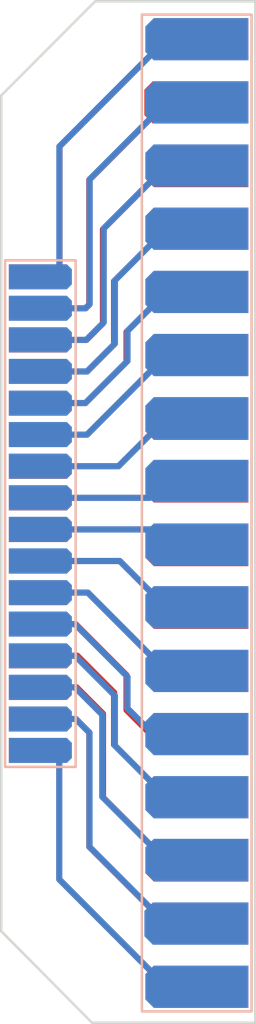
<source format=kicad_pcb>
(kicad_pcb (version 20240108) (generator "pcbnew") (generator_version "8.0")
  (title_block (title "Connector pitch Converter") (rev "2") (company "Amos Home"))
  (layers (0 "F.Cu" signal) (31 "B.Cu" signal) (34 "B.Paste" user) (35 "F.Paste" user) (36 "B.SilkS" user "B.Silkscreen") (37 "F.SilkS" user "F.Silkscreen") (38 "B.Mask" user) (39 "F.Mask" user) (44 "Edge.Cuts" user))
  (net 0 "")
  (net 1 "/A2")
  (net 2 "/A14")
  (net 3 "/A9")
  (net 4 "/A8")
  (net 5 "/A15")
  (net 6 "/A16")
  (net 7 "/A13")
  (net 8 "/A11")
  (net 9 "/A7")
  (net 10 "/A4")
  (net 11 "/A6")
  (net 12 "/A1")
  (net 13 "/A5")
  (net 14 "/A12")
  (net 15 "/A3")
  (net 16 "/A10")
  (net 17 "/B10")
  (net 18 "/B6")
  (net 19 "/B8")
  (net 20 "/B12")
  (net 21 "/B15")
  (net 22 "/B13")
  (net 23 "/B11")
  (net 24 "/B2")
  (net 25 "/B1")
  (net 26 "/B9")
  (net 27 "/B5")
  (net 28 "/B3")
  (net 29 "/B14")
  (net 30 "/B16")
  (net 31 "/B7")
  (net 32 "/B4")
  (footprint "pitch-convert:PinSocketEx_1x16_P1.27mm_Left" (layer "F.Cu") (at 139.6092 87.1432)
    (property "Reference" "J2" (hide yes))
    (property "Value" "Conn_01x16_Pin" (hide yes))
    (fp_rect (start -0.6604 -0.6604) (end 2.1844 19.7104) (stroke (width 0.1)) (fill none) (layer "F.SilkS"))
    (pad "1" smd roundrect (at 1.524 0) (size 2.54 1.008) (drill (offset -0.762 0.004)) (layers "F.Cu" "F.Paste" "F.Mask") (roundrect_rratio 0) (chamfer_ratio 0.2) (chamfer top_right bottom_right) (net 12 "/A1"))
    (pad "2" smd roundrect (at 1.524 1.27) (size 2.54 1) (drill (offset -0.762 0)) (layers "F.Cu" "F.Paste" "F.Mask") (roundrect_rratio 0) (chamfer_ratio 0.2) (chamfer top_right bottom_right) (net 1 "/A2"))
    (pad "3" smd roundrect (at 1.524 2.54) (size 2.54 1.008) (drill (offset -0.762 0.004)) (layers "F.Cu" "F.Paste" "F.Mask") (roundrect_rratio 0) (chamfer_ratio 0.2) (chamfer top_right bottom_right) (net 15 "/A3"))
    (pad "4" smd roundrect (at 1.524 3.81) (size 2.54 1) (drill (offset -0.762 0)) (layers "F.Cu" "F.Paste" "F.Mask") (roundrect_rratio 0) (chamfer_ratio 0.2) (chamfer top_right bottom_right) (net 10 "/A4"))
    (pad "5" smd roundrect (at 1.524 5.08) (size 2.54 1.008) (drill (offset -0.762 0.004)) (layers "F.Cu" "F.Paste" "F.Mask") (roundrect_rratio 0) (chamfer_ratio 0.2) (chamfer top_right bottom_right) (net 13 "/A5"))
    (pad "6" smd roundrect (at 1.524 6.35) (size 2.54 1) (drill (offset -0.762 0)) (layers "F.Cu" "F.Paste" "F.Mask") (roundrect_rratio 0) (chamfer_ratio 0.2) (chamfer top_right bottom_right) (net 11 "/A6"))
    (pad "7" smd roundrect (at 1.524 7.62) (size 2.54 1.008) (drill (offset -0.762 0.004)) (layers "F.Cu" "F.Paste" "F.Mask") (roundrect_rratio 0) (chamfer_ratio 0.2) (chamfer top_right bottom_right) (net 9 "/A7"))
    (pad "8" smd roundrect (at 1.524 8.89) (size 2.54 1.008) (drill (offset -0.762 0.004)) (layers "F.Cu" "F.Paste" "F.Mask") (roundrect_rratio 0) (chamfer_ratio 0.2) (chamfer top_right bottom_right) (net 4 "/A8"))
    (pad "9" smd roundrect (at 1.524 10.16) (size 2.54 1.008) (drill (offset -0.762 0.004)) (layers "F.Cu" "F.Paste" "F.Mask") (roundrect_rratio 0) (chamfer_ratio 0.2) (chamfer top_right bottom_right) (net 3 "/A9"))
    (pad "10" smd roundrect (at 1.524 11.43) (size 2.54 1.008) (drill (offset -0.762 0.004)) (layers "F.Cu" "F.Paste" "F.Mask") (roundrect_rratio 0) (chamfer_ratio 0.2) (chamfer top_right bottom_right) (net 16 "/A10"))
    (pad "11" smd roundrect (at 1.524 12.7) (size 2.54 1.008) (drill (offset -0.762 0.004)) (layers "F.Cu" "F.Paste" "F.Mask") (roundrect_rratio 0) (chamfer_ratio 0.2) (chamfer top_right bottom_right) (net 8 "/A11"))
    (pad "12" smd roundrect (at 1.524 13.97) (size 2.54 1) (drill (offset -0.762 0)) (layers "F.Cu" "F.Paste" "F.Mask") (roundrect_rratio 0) (chamfer_ratio 0.2) (chamfer top_right bottom_right) (net 14 "/A12"))
    (pad "13" smd roundrect (at 1.524 15.24) (size 2.54 1.008) (drill (offset -0.762 0.004)) (layers "F.Cu" "F.Paste" "F.Mask") (roundrect_rratio 0) (chamfer_ratio 0.2) (chamfer top_right bottom_right) (net 7 "/A13"))
    (pad "14" smd roundrect (at 1.524 16.51) (size 2.54 1.008) (drill (offset -0.762 0.004)) (layers "F.Cu" "F.Paste" "F.Mask") (roundrect_rratio 0) (chamfer_ratio 0.2) (chamfer top_right bottom_right) (net 2 "/A14"))
    (pad "15" smd roundrect (at 1.524 17.78) (size 2.54 1.008) (drill (offset -0.762 0.004)) (layers "F.Cu" "F.Paste" "F.Mask") (roundrect_rratio 0) (chamfer_ratio 0.2) (chamfer top_right bottom_right) (net 5 "/A15"))
    (pad "16" smd roundrect (at 1.524 19.05) (size 2.54 1) (drill (offset -0.762 0)) (layers "F.Cu" "F.Paste" "F.Mask") (roundrect_rratio 0) (chamfer_ratio 0.2) (chamfer top_right bottom_right) (net 6 "/A16"))
  )
  (footprint "pitch-convert:PinSocketEx_1x16_P2.54mm_Right" (layer "F.Cu") (at 145.4512 77.5928)
    (property "Reference" "J1" (hide yes))
    (property "Value" "Conn_01x16_Pin" (hide yes))
    (fp_rect (start -0.9906 -0.9906) (end 3.429 39.0906) (stroke (width 0.1)) (fill none) (layer "F.SilkS"))
    (pad "1" smd roundrect (at 0 0) (size 4.152 1.7) (drill (offset 1.226 0)) (layers "F.Cu" "F.Paste" "F.Mask") (roundrect_rratio 0) (chamfer_ratio 0.2) (chamfer top_left bottom_left) (net 12 "/A1"))
    (pad "2" smd roundrect (at 0 2.54) (size 4.191 1.7) (drill (offset 1.2065 0)) (layers "F.Cu" "F.Paste" "F.Mask") (roundrect_rratio 0) (chamfer_ratio 0.2) (chamfer top_left bottom_left) (net 1 "/A2"))
    (pad "3" smd roundrect (at 0 5.08) (size 4.152 1.7) (drill (offset 1.226 0.0195)) (layers "F.Cu" "F.Paste" "F.Mask") (roundrect_rratio 0) (chamfer_ratio 0.2) (chamfer top_left bottom_left) (net 15 "/A3"))
    (pad "4" smd roundrect (at 0 7.62) (size 4.152 1.7) (drill (offset 1.226 0)) (layers "F.Cu" "F.Paste" "F.Mask") (roundrect_rratio 0) (chamfer_ratio 0.2) (chamfer top_left bottom_left) (net 10 "/A4"))
    (pad "5" smd roundrect (at 0 10.16) (size 4.152 1.7) (drill (offset 1.226 0)) (layers "F.Cu" "F.Paste" "F.Mask") (roundrect_rratio 0) (chamfer_ratio 0.2) (chamfer top_left bottom_left) (net 13 "/A5"))
    (pad "6" smd roundrect (at 0 12.7) (size 4.152 1.7) (drill (offset 1.226 0)) (layers "F.Cu" "F.Paste" "F.Mask") (roundrect_rratio 0) (chamfer_ratio 0.2) (chamfer top_left bottom_left) (net 11 "/A6"))
    (pad "7" smd roundrect (at 0 15.24) (size 4.152 1.7) (drill (offset 1.226 0.0195)) (layers "F.Cu" "F.Paste" "F.Mask") (roundrect_rratio 0) (chamfer_ratio 0.2) (chamfer top_left bottom_left) (net 9 "/A7"))
    (pad "8" smd roundrect (at 0 17.78) (size 4.152 1.7) (drill (offset 1.226 0)) (layers "F.Cu" "F.Paste" "F.Mask") (roundrect_rratio 0) (chamfer_ratio 0.2) (chamfer top_left bottom_left) (net 4 "/A8"))
    (pad "9" smd roundrect (at 0 20.32) (size 4.152 1.7) (drill (offset 1.226 0.0195)) (layers "F.Cu" "F.Paste" "F.Mask") (roundrect_rratio 0) (chamfer_ratio 0.2) (chamfer top_left bottom_left) (net 3 "/A9"))
    (pad "10" smd roundrect (at 0 22.86) (size 4.152 1.7) (drill (offset 1.226 0)) (layers "F.Cu" "F.Paste" "F.Mask") (roundrect_rratio 0) (chamfer_ratio 0.2) (chamfer top_left bottom_left) (net 16 "/A10"))
    (pad "11" smd roundrect (at 0 25.4) (size 4.152 1.7) (drill (offset 1.226 0)) (layers "F.Cu" "F.Paste" "F.Mask") (roundrect_rratio 0) (chamfer_ratio 0.2) (chamfer top_left bottom_left) (net 8 "/A11"))
    (pad "12" smd roundrect (at 0 27.94) (size 4.152 1.7) (drill (offset 1.226 0)) (layers "F.Cu" "F.Paste" "F.Mask") (roundrect_rratio 0) (chamfer_ratio 0.2) (chamfer top_left bottom_left) (net 14 "/A12"))
    (pad "13" smd roundrect (at 0 30.48) (size 4.152 1.7) (drill (offset 1.226 0)) (layers "F.Cu" "F.Paste" "F.Mask") (roundrect_rratio 0) (chamfer_ratio 0.2) (chamfer top_left bottom_left) (net 7 "/A13"))
    (pad "14" smd roundrect (at 0 33.02) (size 4.152 1.7) (drill (offset 1.226 0)) (layers "F.Cu" "F.Paste" "F.Mask") (roundrect_rratio 0) (chamfer_ratio 0.2) (chamfer top_left bottom_left) (net 2 "/A14"))
    (pad "15" smd roundrect (at 0 35.56) (size 4.152 1.7) (drill (offset 1.226 0)) (layers "F.Cu" "F.Paste" "F.Mask") (roundrect_rratio 0) (chamfer_ratio 0.2) (chamfer top_left bottom_left) (net 5 "/A15"))
    (pad "16" smd roundrect (at 0 38.1) (size 4.152 1.7) (drill (offset 1.226 0)) (layers "F.Cu" "F.Paste" "F.Mask") (roundrect_rratio 0) (chamfer_ratio 0.2) (chamfer top_left bottom_left) (net 6 "/A16"))
  )
  (footprint "pitch-convert:PinSocketEx_1x16_P2.54mm_Right" (layer "B.Cu") (at 145.4512 115.6928)
    (property "Reference" "J3" (hide yes))
    (property "Value" "Conn_01x16_Pin" (hide yes))
    (fp_rect (start 3.429 -39.0906) (end -0.9906 0.9906) (stroke (width 0.1)) (fill none) (layer "B.SilkS"))
    (pad "1" smd roundrect (at 0 0) (size 4.152 1.7) (drill (offset 1.226 0)) (layers "B.Cu" "B.Paste" "B.Mask") (roundrect_rratio 0) (chamfer_ratio 0.2) (chamfer top_left bottom_left) (net 25 "/B1"))
    (pad "2" smd roundrect (at 0 -2.54) (size 4.191 1.7) (drill (offset 1.2065 0)) (layers "B.Cu" "B.Paste" "B.Mask") (roundrect_rratio 0) (chamfer_ratio 0.2) (chamfer top_left bottom_left) (net 24 "/B2"))
    (pad "3" smd roundrect (at 0 -5.08) (size 4.152 1.7) (drill (offset 1.226 -0.0195)) (layers "B.Cu" "B.Paste" "B.Mask") (roundrect_rratio 0) (chamfer_ratio 0.2) (chamfer top_left bottom_left) (net 28 "/B3"))
    (pad "4" smd roundrect (at 0 -7.62) (size 4.152 1.7) (drill (offset 1.226 0)) (layers "B.Cu" "B.Paste" "B.Mask") (roundrect_rratio 0) (chamfer_ratio 0.2) (chamfer top_left bottom_left) (net 32 "/B4"))
    (pad "5" smd roundrect (at 0 -10.16) (size 4.152 1.7) (drill (offset 1.226 0)) (layers "B.Cu" "B.Paste" "B.Mask") (roundrect_rratio 0) (chamfer_ratio 0.2) (chamfer top_left bottom_left) (net 27 "/B5"))
    (pad "6" smd roundrect (at 0 -12.7) (size 4.152 1.7) (drill (offset 1.226 0)) (layers "B.Cu" "B.Paste" "B.Mask") (roundrect_rratio 0) (chamfer_ratio 0.2) (chamfer top_left bottom_left) (net 18 "/B6"))
    (pad "7" smd roundrect (at 0 -15.24) (size 4.152 1.7) (drill (offset 1.226 -0.0195)) (layers "B.Cu" "B.Paste" "B.Mask") (roundrect_rratio 0) (chamfer_ratio 0.2) (chamfer top_left bottom_left) (net 31 "/B7"))
    (pad "8" smd roundrect (at 0 -17.78) (size 4.152 1.7) (drill (offset 1.226 0)) (layers "B.Cu" "B.Paste" "B.Mask") (roundrect_rratio 0) (chamfer_ratio 0.2) (chamfer top_left bottom_left) (net 19 "/B8"))
    (pad "9" smd roundrect (at 0 -20.32) (size 4.152 1.7) (drill (offset 1.226 -0.0195)) (layers "B.Cu" "B.Paste" "B.Mask") (roundrect_rratio 0) (chamfer_ratio 0.2) (chamfer top_left bottom_left) (net 26 "/B9"))
    (pad "10" smd roundrect (at 0 -22.86) (size 4.152 1.7) (drill (offset 1.226 0)) (layers "B.Cu" "B.Paste" "B.Mask") (roundrect_rratio 0) (chamfer_ratio 0.2) (chamfer top_left bottom_left) (net 17 "/B10"))
    (pad "11" smd roundrect (at 0 -25.4) (size 4.152 1.7) (drill (offset 1.226 0)) (layers "B.Cu" "B.Paste" "B.Mask") (roundrect_rratio 0) (chamfer_ratio 0.2) (chamfer top_left bottom_left) (net 23 "/B11"))
    (pad "12" smd roundrect (at 0 -27.94) (size 4.152 1.7) (drill (offset 1.226 0)) (layers "B.Cu" "B.Paste" "B.Mask") (roundrect_rratio 0) (chamfer_ratio 0.2) (chamfer top_left bottom_left) (net 20 "/B12"))
    (pad "13" smd roundrect (at 0 -30.48) (size 4.152 1.7) (drill (offset 1.226 0)) (layers "B.Cu" "B.Paste" "B.Mask") (roundrect_rratio 0) (chamfer_ratio 0.2) (chamfer top_left bottom_left) (net 22 "/B13"))
    (pad "14" smd roundrect (at 0 -33.02) (size 4.152 1.7) (drill (offset 1.226 0)) (layers "B.Cu" "B.Paste" "B.Mask") (roundrect_rratio 0) (chamfer_ratio 0.2) (chamfer top_left bottom_left) (net 29 "/B14"))
    (pad "15" smd roundrect (at 0 -35.56) (size 4.152 1.7) (drill (offset 1.226 0)) (layers "B.Cu" "B.Paste" "B.Mask") (roundrect_rratio 0) (chamfer_ratio 0.2) (chamfer top_left bottom_left) (net 21 "/B15"))
    (pad "16" smd roundrect (at 0 -38.1) (size 4.152 1.7) (drill (offset 1.226 0)) (layers "B.Cu" "B.Paste" "B.Mask") (roundrect_rratio 0) (chamfer_ratio 0.2) (chamfer top_left bottom_left) (net 30 "/B16"))
  )
  (footprint "pitch-convert:PinSocketEx_1x16_P1.27mm_Left" (layer "B.Cu") (at 139.6092 106.1932)
    (property "Reference" "J4" (hide yes))
    (property "Value" "Conn_01x16_Pin" (hide yes))
    (fp_rect (start 2.1844 -19.7104) (end -0.6604 0.6604) (stroke (width 0.1)) (fill none) (layer "B.SilkS"))
    (pad "1" smd roundrect (at 1.524 0) (size 2.54 1.008) (drill (offset -0.762 -0.004)) (layers "B.Cu" "B.Paste" "B.Mask") (roundrect_rratio 0) (chamfer_ratio 0.2) (chamfer top_right bottom_right) (net 25 "/B1"))
    (pad "2" smd roundrect (at 1.524 -1.27) (size 2.54 1) (drill (offset -0.762 0)) (layers "B.Cu" "B.Paste" "B.Mask") (roundrect_rratio 0) (chamfer_ratio 0.2) (chamfer top_right bottom_right) (net 24 "/B2"))
    (pad "3" smd roundrect (at 1.524 -2.54) (size 2.54 1.008) (drill (offset -0.762 -0.004)) (layers "B.Cu" "B.Paste" "B.Mask") (roundrect_rratio 0) (chamfer_ratio 0.2) (chamfer top_right bottom_right) (net 28 "/B3"))
    (pad "4" smd roundrect (at 1.524 -3.81) (size 2.54 1) (drill (offset -0.762 0)) (layers "B.Cu" "B.Paste" "B.Mask") (roundrect_rratio 0) (chamfer_ratio 0.2) (chamfer top_right bottom_right) (net 32 "/B4"))
    (pad "5" smd roundrect (at 1.524 -5.08) (size 2.54 1.008) (drill (offset -0.762 -0.004)) (layers "B.Cu" "B.Paste" "B.Mask") (roundrect_rratio 0) (chamfer_ratio 0.2) (chamfer top_right bottom_right) (net 27 "/B5"))
    (pad "6" smd roundrect (at 1.524 -6.35) (size 2.54 1) (drill (offset -0.762 0)) (layers "B.Cu" "B.Paste" "B.Mask") (roundrect_rratio 0) (chamfer_ratio 0.2) (chamfer top_right bottom_right) (net 18 "/B6"))
    (pad "7" smd roundrect (at 1.524 -7.62) (size 2.54 1.008) (drill (offset -0.762 -0.004)) (layers "B.Cu" "B.Paste" "B.Mask") (roundrect_rratio 0) (chamfer_ratio 0.2) (chamfer top_right bottom_right) (net 31 "/B7"))
    (pad "8" smd roundrect (at 1.524 -8.89) (size 2.54 1.008) (drill (offset -0.762 -0.004)) (layers "B.Cu" "B.Paste" "B.Mask") (roundrect_rratio 0) (chamfer_ratio 0.2) (chamfer top_right bottom_right) (net 19 "/B8"))
    (pad "9" smd roundrect (at 1.524 -10.16) (size 2.54 1.008) (drill (offset -0.762 -0.004)) (layers "B.Cu" "B.Paste" "B.Mask") (roundrect_rratio 0) (chamfer_ratio 0.2) (chamfer top_right bottom_right) (net 26 "/B9"))
    (pad "10" smd roundrect (at 1.524 -11.43) (size 2.54 1.008) (drill (offset -0.762 -0.004)) (layers "B.Cu" "B.Paste" "B.Mask") (roundrect_rratio 0) (chamfer_ratio 0.2) (chamfer top_right bottom_right) (net 17 "/B10"))
    (pad "11" smd roundrect (at 1.524 -12.7) (size 2.54 1.008) (drill (offset -0.762 -0.004)) (layers "B.Cu" "B.Paste" "B.Mask") (roundrect_rratio 0) (chamfer_ratio 0.2) (chamfer top_right bottom_right) (net 23 "/B11"))
    (pad "12" smd roundrect (at 1.524 -13.97) (size 2.54 1) (drill (offset -0.762 0)) (layers "B.Cu" "B.Paste" "B.Mask") (roundrect_rratio 0) (chamfer_ratio 0.2) (chamfer top_right bottom_right) (net 20 "/B12"))
    (pad "13" smd roundrect (at 1.524 -15.24) (size 2.54 1.008) (drill (offset -0.762 -0.004)) (layers "B.Cu" "B.Paste" "B.Mask") (roundrect_rratio 0) (chamfer_ratio 0.2) (chamfer top_right bottom_right) (net 22 "/B13"))
    (pad "14" smd roundrect (at 1.524 -16.51) (size 2.54 1.008) (drill (offset -0.762 -0.004)) (layers "B.Cu" "B.Paste" "B.Mask") (roundrect_rratio 0) (chamfer_ratio 0.2) (chamfer top_right bottom_right) (net 29 "/B14"))
    (pad "15" smd roundrect (at 1.524 -17.78) (size 2.54 1.008) (drill (offset -0.762 -0.004)) (layers "B.Cu" "B.Paste" "B.Mask") (roundrect_rratio 0) (chamfer_ratio 0.2) (chamfer top_right bottom_right) (net 21 "/B15"))
    (pad "16" smd roundrect (at 1.524 -19.05) (size 2.54 1) (drill (offset -0.762 0)) (layers "B.Cu" "B.Paste" "B.Mask") (roundrect_rratio 0) (chamfer_ratio 0.2) (chamfer top_right bottom_right) (net 30 "/B16"))
  )
  (gr_poly (pts (xy 149.0326 76.0688) (xy 142.581 76.0688) (xy 138.7964 79.8534) (xy 138.7964 113.4576) (xy 142.454 117.1406) (xy 149.0326 117.1406)) (stroke (width 0.1)) (fill none) (layer "Edge.Cuts"))
  (segment (start 145.4512 80.1388) (end 145.4512 80.1328) (width 0.25) (layer "F.Cu") (net 1))
  (segment (start 141.1332 88.4132) (end 142.1968 88.4132) (width 0.25) (layer "F.Cu") (net 1))
  (segment (start 142.344 88.266) (end 142.344 83.246) (width 0.25) (layer "F.Cu") (net 1))
  (segment (start 142.344 83.246) (end 145.4512 80.1388) (width 0.25) (layer "F.Cu") (net 1))
  (segment (start 142.1968 88.4132) (end 142.344 88.266) (width 0.25) (layer "F.Cu") (net 1))
  (segment (start 141.1332 103.6532) (end 141.8312 103.6532) (width 0.25) (layer "F.Cu") (net 2))
  (segment (start 141.8312 103.6532) (end 142.894 104.716) (width 0.25) (layer "F.Cu") (net 2))
  (segment (start 142.894 108.076) (end 145.4308 110.6128) (width 0.25) (layer "F.Cu") (net 2))
  (segment (start 142.894 104.716) (end 142.894 108.076) (width 0.25) (layer "F.Cu") (net 2))
  (segment (start 145.4308 110.6128) (end 145.4512 110.6128) (width 0.25) (layer "F.Cu") (net 2))
  (segment (start 141.1332 97.3032) (end 144.8416 97.3032) (width 0.25) (layer "F.Cu") (net 3))
  (segment (start 144.8416 97.3032) (end 145.4512 97.9128) (width 0.25) (layer "F.Cu") (net 3))
  (segment (start 144.7908 96.0332) (end 145.4512 95.3728) (width 0.25) (layer "F.Cu") (net 4))
  (segment (start 141.1332 96.0332) (end 144.7908 96.0332) (width 0.25) (layer "F.Cu") (net 4))
  (segment (start 142.344 110.066) (end 145.4308 113.1528) (width 0.25) (layer "F.Cu") (net 5))
  (segment (start 142.344 105.466) (end 142.344 110.066) (width 0.25) (layer "F.Cu") (net 5))
  (segment (start 145.4308 113.1528) (end 145.4512 113.1528) (width 0.25) (layer "F.Cu") (net 5))
  (segment (start 141.1332 104.9232) (end 141.8012 104.9232) (width 0.25) (layer "F.Cu") (net 5))
  (segment (start 141.8012 104.9232) (end 142.344 105.466) (width 0.25) (layer "F.Cu") (net 5))
  (segment (start 141.1332 106.1932) (end 141.1332 111.3748) (width 0.25) (layer "F.Cu") (net 6))
  (segment (start 141.1332 111.3748) (end 145.4512 115.6928) (width 0.25) (layer "F.Cu") (net 6))
  (segment (start 143.344 105.9656) (end 145.4512 108.0728) (width 0.25) (layer "F.Cu") (net 7))
  (segment (start 141.1332 102.3832) (end 141.8612 102.3832) (width 0.25) (layer "F.Cu") (net 7))
  (segment (start 141.8612 102.3832) (end 143.344 103.866) (width 0.25) (layer "F.Cu") (net 7))
  (segment (start 143.344 103.866) (end 143.344 105.9656) (width 0.25) (layer "F.Cu") (net 7))
  (segment (start 141.1332 99.8432) (end 142.2812 99.8432) (width 0.25) (layer "F.Cu") (net 8))
  (segment (start 145.4308 102.9928) (end 145.4512 102.9928) (width 0.25) (layer "F.Cu") (net 8))
  (segment (start 142.2812 99.8432) (end 145.4308 102.9928) (width 0.25) (layer "F.Cu") (net 8))
  (segment (start 143.5208 94.7632) (end 145.4512 92.8328) (width 0.25) (layer "F.Cu") (net 9))
  (segment (start 141.1332 94.7632) (end 143.5208 94.7632) (width 0.25) (layer "F.Cu") (net 9))
  (segment (start 142.2568 90.9532) (end 143.344 89.866) (width 0.25) (layer "F.Cu") (net 10))
  (segment (start 141.1332 90.9532) (end 142.2568 90.9532) (width 0.25) (layer "F.Cu") (net 10))
  (segment (start 143.344 89.866) (end 143.344 87.32) (width 0.25) (layer "F.Cu") (net 10))
  (segment (start 143.344 87.32) (end 145.4512 85.2128) (width 0.25) (layer "F.Cu") (net 10))
  (segment (start 141.1332 93.4932) (end 142.2568 93.4932) (width 0.25) (layer "F.Cu") (net 11))
  (segment (start 145.4512 90.2988) (end 145.4512 90.2928) (width 0.25) (layer "F.Cu") (net 11))
  (segment (start 142.2568 93.4932) (end 145.4512 90.2988) (width 0.25) (layer "F.Cu") (net 11))
  (segment (start 145.4512 77.5988) (end 145.4512 77.5928) (width 0.25) (layer "F.Cu") (net 12))
  (segment (start 141.144 87.1324) (end 141.144 81.906) (width 0.25) (layer "F.Cu") (net 12))
  (segment (start 141.1332 87.1432) (end 141.144 87.1324) (width 0.25) (layer "F.Cu") (net 12))
  (segment (start 141.144 81.906) (end 145.4512 77.5988) (width 0.25) (layer "F.Cu") (net 12))
  (segment (start 143.844 89.36) (end 145.4512 87.7528) (width 0.25) (layer "F.Cu") (net 13))
  (segment (start 141.1332 92.2232) (end 142.1868 92.2232) (width 0.25) (layer "F.Cu") (net 13))
  (segment (start 143.844 90.566) (end 143.844 89.36) (width 0.25) (layer "F.Cu") (net 13))
  (segment (start 142.1868 92.2232) (end 143.844 90.566) (width 0.25) (layer "F.Cu") (net 13))
  (segment (start 143.844 103.166) (end 143.844 104.566) (width 0.25) (layer "F.Cu") (net 14))
  (segment (start 144.8108 105.5328) (end 145.4512 105.5328) (width 0.25) (layer "F.Cu") (net 14))
  (segment (start 141.7912 101.1132) (end 143.844 103.166) (width 0.25) (layer "F.Cu") (net 14))
  (segment (start 143.844 104.566) (end 144.8108 105.5328) (width 0.25) (layer "F.Cu") (net 14))
  (segment (start 141.1332 101.1132) (end 141.7912 101.1132) (width 0.25) (layer "F.Cu") (net 14))
  (segment (start 142.2268 89.6832) (end 142.894 89.016) (width 0.25) (layer "F.Cu") (net 15))
  (segment (start 142.894 85.236) (end 145.4512 82.6788) (width 0.25) (layer "F.Cu") (net 15))
  (segment (start 145.4512 82.6788) (end 145.4512 82.6728) (width 0.25) (layer "F.Cu") (net 15))
  (segment (start 142.894 89.016) (end 142.894 85.236) (width 0.25) (layer "F.Cu") (net 15))
  (segment (start 141.1332 89.6832) (end 142.2268 89.6832) (width 0.25) (layer "F.Cu") (net 15))
  (segment (start 143.5716 98.5732) (end 145.4512 100.4528) (width 0.25) (layer "F.Cu") (net 16))
  (segment (start 141.1332 98.5732) (end 143.5716 98.5732) (width 0.25) (layer "F.Cu") (net 16))
  (segment (start 143.5208 94.7632) (end 145.4512 92.8328) (width 0.25) (layer "B.Cu") (net 17))
  (segment (start 141.1332 94.7632) (end 143.5208 94.7632) (width 0.25) (layer "B.Cu") (net 17))
  (segment (start 145.4374 102.9928) (end 145.4512 102.9928) (width 0.25) (layer "B.Cu") (net 18))
  (segment (start 141.1332 99.8432) (end 142.2878 99.8432) (width 0.25) (layer "B.Cu") (net 18))
  (segment (start 142.2878 99.8432) (end 145.4374 102.9928) (width 0.25) (layer "B.Cu") (net 18))
  (segment (start 141.1332 97.3032) (end 144.8416 97.3032) (width 0.25) (layer "B.Cu") (net 19))
  (segment (start 144.8416 97.3032) (end 145.4512 97.9128) (width 0.25) (layer "B.Cu") (net 19))
  (segment (start 142.1868 92.2232) (end 141.1332 92.2232) (width 0.25) (layer "B.Cu") (net 20))
  (segment (start 143.882 89.322) (end 143.882 90.528) (width 0.25) (layer "B.Cu") (net 20))
  (segment (start 143.882 90.528) (end 142.1868 92.2232) (width 0.25) (layer "B.Cu") (net 20))
  (segment (start 145.4512 87.7528) (end 143.882 89.322) (width 0.25) (layer "B.Cu") (net 20))
  (segment (start 145.4506 80.1328) (end 145.4512 80.1328) (width 0.25) (layer "B.Cu") (net 21))
  (segment (start 142.358 88.242) (end 142.358 83.2254) (width 0.25) (layer "B.Cu") (net 21))
  (segment (start 141.1332 88.4132) (end 142.1868 88.4132) (width 0.25) (layer "B.Cu") (net 21))
  (segment (start 142.358 83.2254) (end 145.4506 80.1328) (width 0.25) (layer "B.Cu") (net 21))
  (segment (start 142.1868 88.4132) (end 142.358 88.242) (width 0.25) (layer "B.Cu") (net 21))
  (segment (start 141.1332 90.9532) (end 142.2508 90.9532) (width 0.25) (layer "B.Cu") (net 22))
  (segment (start 143.374 89.83) (end 143.374 87.29) (width 0.25) (layer "B.Cu") (net 22))
  (segment (start 142.2508 90.9532) (end 143.374 89.83) (width 0.25) (layer "B.Cu") (net 22))
  (segment (start 143.374 87.29) (end 145.4512 85.2128) (width 0.25) (layer "B.Cu") (net 22))
  (segment (start 145.4506 90.2928) (end 145.4512 90.2928) (width 0.25) (layer "B.Cu") (net 23))
  (segment (start 142.2502 93.4932) (end 145.4506 90.2928) (width 0.25) (layer "B.Cu") (net 23))
  (segment (start 141.1332 93.4932) (end 142.2502 93.4932) (width 0.25) (layer "B.Cu") (net 23))
  (segment (start 141.1332 104.9232) (end 141.7936 104.9232) (width 0.25) (layer "B.Cu") (net 24))
  (segment (start 141.7936 104.9232) (end 142.3524 105.482) (width 0.25) (layer "B.Cu") (net 24))
  (segment (start 142.3524 110.0678) (end 145.4374 113.1528) (width 0.25) (layer "B.Cu") (net 24))
  (segment (start 142.3524 105.482) (end 142.3524 110.0678) (width 0.25) (layer "B.Cu") (net 24))
  (segment (start 145.4374 113.1528) (end 145.4512 113.1528) (width 0.25) (layer "B.Cu") (net 24))
  (segment (start 141.1332 106.1932) (end 141.1332 111.3748) (width 0.25) (layer "B.Cu") (net 25))
  (segment (start 141.1332 111.3748) (end 145.4512 115.6928) (width 0.25) (layer "B.Cu") (net 25))
  (segment (start 141.1332 96.0332) (end 144.7908 96.0332) (width 0.25) (layer "B.Cu") (net 26))
  (segment (start 144.7908 96.0332) (end 145.4512 95.3728) (width 0.25) (layer "B.Cu") (net 26))
  (segment (start 141.7672 101.1132) (end 143.882 103.228) (width 0.25) (layer "B.Cu") (net 27))
  (segment (start 143.882 103.228) (end 143.882 104.498) (width 0.25) (layer "B.Cu") (net 27))
  (segment (start 143.882 104.498) (end 144.9168 105.5328) (width 0.25) (layer "B.Cu") (net 27))
  (segment (start 141.1332 101.1132) (end 141.7672 101.1132) (width 0.25) (layer "B.Cu") (net 27))
  (segment (start 144.9168 105.5328) (end 145.4512 105.5328) (width 0.25) (layer "B.Cu") (net 27))
  (segment (start 141.7672 103.6532) (end 142.866 104.752) (width 0.25) (layer "B.Cu") (net 28))
  (segment (start 142.866 108.054) (end 145.4248 110.6128) (width 0.25) (layer "B.Cu") (net 28))
  (segment (start 145.4248 110.6128) (end 145.4512 110.6128) (width 0.25) (layer "B.Cu") (net 28))
  (segment (start 141.1332 103.6532) (end 141.7672 103.6532) (width 0.25) (layer "B.Cu") (net 28))
  (segment (start 142.866 104.752) (end 142.866 108.054) (width 0.25) (layer "B.Cu") (net 28))
  (segment (start 142.924 85.2) (end 142.924 88.978) (width 0.25) (layer "B.Cu") (net 29))
  (segment (start 145.4512 82.6728) (end 142.924 85.2) (width 0.25) (layer "B.Cu") (net 29))
  (segment (start 142.2188 89.6832) (end 141.1332 89.6832) (width 0.25) (layer "B.Cu") (net 29))
  (segment (start 142.924 88.978) (end 142.2188 89.6832) (width 0.25) (layer "B.Cu") (net 29))
  (segment (start 141.1388 81.9046) (end 145.4506 77.5928) (width 0.25) (layer "B.Cu") (net 30))
  (segment (start 141.1332 87.1432) (end 141.1388 87.1376) (width 0.25) (layer "B.Cu") (net 30))
  (segment (start 145.4506 77.5928) (end 145.4512 77.5928) (width 0.25) (layer "B.Cu") (net 30))
  (segment (start 141.1388 87.1376) (end 141.1388 81.9046) (width 0.25) (layer "B.Cu") (net 30))
  (segment (start 143.5716 98.5732) (end 145.4512 100.4528) (width 0.25) (layer "B.Cu") (net 31))
  (segment (start 141.1332 98.5732) (end 143.5716 98.5732) (width 0.25) (layer "B.Cu") (net 31))
  (segment (start 143.374 103.99) (end 143.374 105.9956) (width 0.25) (layer "B.Cu") (net 32))
  (segment (start 143.374 105.9956) (end 145.4512 108.0728) (width 0.25) (layer "B.Cu") (net 32))
  (segment (start 141.1332 102.3832) (end 141.7672 102.3832) (width 0.25) (layer "B.Cu") (net 32))
  (segment (start 141.7672 102.3832) (end 143.374 103.99) (width 0.25) (layer "B.Cu") (net 32))
)
</source>
